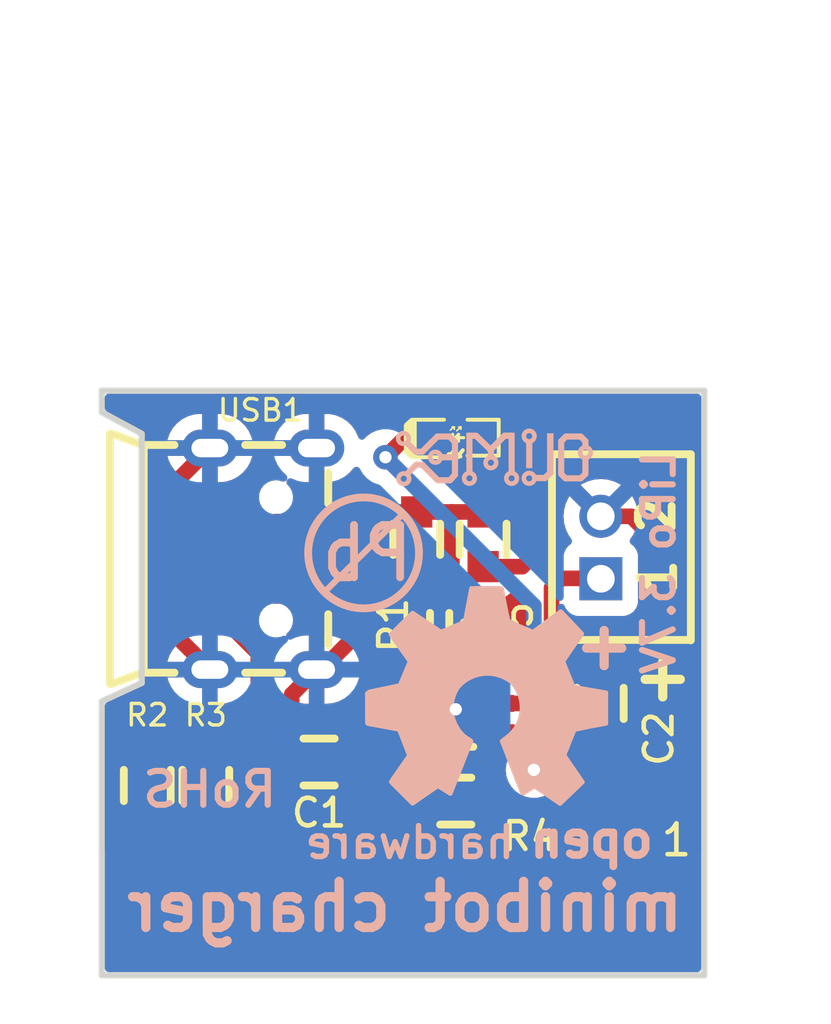
<source format=kicad_pcb>
(kicad_pcb (version 20221018) (generator pcbnew)
  (layers (0 "F.Cu" signal) (31 "B.Cu" signal) (34 "B.Paste" user) (35 "F.Paste" user) (36 "B.SilkS" user "B.Silkscreen") (37 "F.SilkS" user "F.Silkscreen") (38 "B.Mask" user) (39 "F.Mask" user) (44 "Edge.Cuts" user))
  (net 0 "")
  (net 1 "Net-(BAT_CON1-Pad1)")
  (net 2 "Net-(C1-Pad1)")
  (net 3 "Net-(CON1-Pad2)")
  (net 4 "Net-(CON1-Pad3)")
  (net 5 "Net-(CON1-Pad4)")
  (net 6 "Net-(CON1-Pad5)")
  (net 7 "Net-(CON1-Pad7)")
  (net 8 "Net-(CON1-Pad8)")
  (net 9 "Net-(LED1-Pad2)")
  (net 10 "Net-(LED1-Pad1)")
  (net 11 "Net-(R4-Pad1)")
  (net 12 "Net-(USB1-Pad4)")
  (net 13 "/D_N")
  (net 14 "/D_P")
  (net 15 "GND")
  (footprint "OLIMEX_Other-FP:Fiducial1x3_transp" (layer "F.Cu") (at 116.468 63.321)
    (fp_text reference "Ref*" hide)
    (fp_text value "Val**" hide)
    (pad "Fid1" connect circle (at 0 0) (size 1 1) (layers "F.Cu" "F.Mask") (clearance 1.016))
  )
  (footprint "OLIMEX_Connectors-FP:LIPO_BAT_VERTICAL_DW02S" (layer "F.Cu") (at 119.77 54.685 90)
    (fp_text reference "BAT_CON1" hide)
    (fp_text value "BAT_CON")
    (fp_text user "1" (at -0.98298 -1.67894 90) (layer "F.SilkS") (effects (font (size 1.1 1.1) (thickness 0.254))))
    (fp_text user "2" (at 1.02108 -1.72974 90) (layer "F.SilkS") (effects (font (size 1.1 1.1) (thickness 0.254))))
    (fp_line (start -3.03022 -0.6096) (end 3.01752 -0.6096) (stroke (width 0.254)) (layer "F.SilkS"))
    (fp_line (start -3.01752 -5.12572) (end -3.01752 -0.63246) (stroke (width 0.254)) (layer "F.SilkS"))
    (fp_line (start 3.01752 -5.12572) (end -3.01752 -5.12572) (stroke (width 0.254)) (layer "F.SilkS"))
    (fp_line (start 3.01752 -0.6096) (end 3.01752 -5.12572) (stroke (width 0.254)) (layer "F.SilkS"))
    (pad "1" thru_hole rect (at -1.0287 -3.53568 90) (size 1.4 1.4) (drill 0.9) (layers "*.Cu" "*.Mask") (net 1 "Net-(BAT_CON1-Pad1)"))
    (pad "2" thru_hole circle (at 1.00076 -3.53822 90) (size 1.4 1.4) (drill 0.9) (layers "*.Cu" "*.Mask") (net 15 "GND"))
  )
  (footprint "OLIMEX_RLC-FP:C_0603_5MIL_DWS" (layer "F.Cu") (at 107.07 61.67 180)
    (fp_text reference "C1" (at 0 -1.651 180) (layer "F.SilkS") (effects (font (size 0.9 0.9))))
    (fp_text value "2.2uF/6.3V")
    (fp_line (start -0.508 -0.762) (end 0.508 -0.762) (stroke (width 0.254)) (layer "F.SilkS"))
    (fp_line (start -0.508 0.762) (end 0.508 0.762) (stroke (width 0.254)) (layer "F.SilkS"))
    (pad "1" smd rect (at -0.889 0 180) (size 1.016 1.016) (layers "F.Cu" "F.Paste" "F.Mask") (net 2 "Net-(C1-Pad1)") (clearance 0.0508))
    (pad "2" smd rect (at 0.889 0 180) (size 1.016 1.016) (layers "F.Cu" "F.Paste" "F.Mask") (net 15 "GND") (clearance 0.0508))
  )
  (footprint "OLIMEX_RLC-FP:C_0603_5MIL_DWS" (layer "F.Cu") (at 116.214 59.765 -90)
    (fp_text reference "C2" (at 1.143 -1.905 270) (layer "F.SilkS") (effects (font (size 0.9 0.9))))
    (fp_text value "2.2uF/6.3V")
    (fp_line (start -0.508 -0.762) (end 0.508 -0.762) (stroke (width 0.254)) (layer "F.SilkS"))
    (fp_line (start -0.508 0.762) (end 0.508 0.762) (stroke (width 0.254)) (layer "F.SilkS"))
    (pad "1" smd rect (at -0.889 0 270) (size 1.016 1.016) (layers "F.Cu" "F.Paste" "F.Mask") (net 1 "Net-(BAT_CON1-Pad1)") (clearance 0.0508))
    (pad "2" smd rect (at 0.889 0 270) (size 1.016 1.016) (layers "F.Cu" "F.Paste" "F.Mask") (net 15 "GND") (clearance 0.0508))
  )
  (footprint "OLIMEX_Connectors-FP:SIP8_SMD" (layer "F.Cu") (at 109.8005 66.75)
    (fp_text reference "CON1" hide)
    (fp_text value "CON8")
    (fp_text user "1" (at 8.89 -2.54) (layer "F.SilkS"))
    (pad "1" smd rect (at 8.89 0) (size 1.3 3) (layers "F.Cu" "F.Mask") (net 15 "GND"))
    (pad "2" smd rect (at 6.35 0) (size 1.3 3) (layers "F.Cu" "F.Mask") (net 3 "Net-(CON1-Pad2)"))
    (pad "3" smd rect (at 3.81 0) (size 1.3 3) (layers "F.Cu" "F.Mask") (net 4 "Net-(CON1-Pad3)"))
    (pad "4" smd rect (at 1.27 0) (size 1.3 3) (layers "F.Cu" "F.Mask") (net 5 "Net-(CON1-Pad4)"))
    (pad "5" smd rect (at -1.27 0) (size 1.3 3) (layers "F.Cu" "F.Mask") (net 6 "Net-(CON1-Pad5)"))
    (pad "6" smd rect (at -3.81 0) (size 1.3 3) (layers "F.Cu" "F.Mask") (net 2 "Net-(C1-Pad1)"))
    (pad "7" smd rect (at -6.35 0) (size 1.3 3) (layers "F.Cu" "F.Mask") (net 7 "Net-(CON1-Pad7)"))
    (pad "8" smd rect (at -8.89 0) (size 1.3 3) (layers "F.Cu" "F.Mask") (net 8 "Net-(CON1-Pad8)"))
  )
  (footprint "OLIMEX_LEDs-FP:LED_0603_KA" (layer "F.Cu") (at 111.515 51.129)
    (fp_text reference "LED1" hide)
    (fp_text value "LED_Small")
    (fp_line (start -1.5621 0.4445) (end -1.5621 -0.381) (stroke (width 0.254)) (layer "F.SilkS"))
    (fp_line (start -1.4097 -0.5207) (end -1.5494 -0.3937) (stroke (width 0.254)) (layer "F.SilkS"))
    (fp_line (start -1.4097 0.5715) (end -1.5621 0.4445) (stroke (width 0.254)) (layer "F.SilkS"))
    (fp_line (start -1.397 -0.5842) (end -0.381 -0.5842) (stroke (width 0.127)) (layer "F.SilkS"))
    (fp_line (start -1.397 -0.4826) (end -1.397 0.5588) (stroke (width 0.254)) (layer "F.SilkS"))
    (fp_line (start -0.381 0.635) (end -1.397 0.635) (stroke (width 0.127)) (layer "F.SilkS"))
    (fp_line (start -0.2286 0.635) (end -0.2286 0.5334) (stroke (width 0.127)) (layer "F.SilkS"))
    (fp_line (start -0.2286 0.635) (end -0.127 0.6096) (stroke (width 0.127)) (layer "F.SilkS"))
    (fp_line (start -0.1778 -0.2456) (end -0.0478 -0.3556) (stroke (width 0.05)) (layer "F.SilkS"))
    (fp_line (start -0.1 0.11) (end -0.1 -0.11) (stroke (width 0.1)) (layer "F.SilkS"))
    (fp_line (start -0.0508 0.4064) (end -0.2286 0.635) (stroke (width 0.127)) (layer "F.SilkS"))
    (fp_line (start -0.0462 -0.3546) (end -0.1262 -0.3446) (stroke (width 0.05)) (layer "F.SilkS"))
    (fp_line (start -0.0462 -0.3546) (end -0.0462 -0.2746) (stroke (width 0.05)) (layer "F.SilkS"))
    (fp_line (start 0.0292 -0.2246) (end 0.1592 -0.3346) (stroke (width 0.05)) (layer "F.SilkS"))
    (fp_line (start 0.0508 0.635) (end 0.0508 0.5334) (stroke (width 0.127)) (layer "F.SilkS"))
    (fp_line (start 0.0508 0.635) (end 0.1524 0.6096) (stroke (width 0.127)) (layer "F.SilkS"))
    (fp_line (start 0.09 -0.11) (end -0.01 -0.01) (stroke (width 0.1)) (layer "F.SilkS"))
    (fp_line (start 0.09 0.11) (end -0.02 0.01) (stroke (width 0.1)) (layer "F.SilkS"))
    (fp_line (start 0.09 0.11) (end 0.09 -0.11) (stroke (width 0.1)) (layer "F.SilkS"))
    (fp_line (start 0.1692 -0.3546) (end 0.0892 -0.3446) (stroke (width 0.05)) (layer "F.SilkS"))
    (fp_line (start 0.1692 -0.3546) (end 0.1692 -0.2746) (stroke (width 0.05)) (layer "F.SilkS"))
    (fp_line (start 0.2286 0.4064) (end 0.0508 0.635) (stroke (width 0.127)) (layer "F.SilkS"))
    (fp_line (start 0.26 0) (end -0.26 0) (stroke (width 0.1)) (layer "F.SilkS"))
    (fp_line (start 1.397 -0.5842) (end 0.381 -0.5842) (stroke (width 0.127)) (layer "F.SilkS"))
    (fp_line (start 1.397 0.5842) (end 0.381 0.5842) (stroke (width 0.127)) (layer "F.SilkS"))
    (fp_line (start 1.397 0.5842) (end 1.397 -0.5842) (stroke (width 0.127)) (layer "F.SilkS"))
    (pad "1" smd rect (at -0.762 0 180) (size 0.8 0.8) (layers "F.Cu" "F.Paste" "F.Mask") (net 10 "Net-(LED1-Pad1)"))
    (pad "2" smd rect (at 0.762 0 180) (size 0.8 0.8) (layers "F.Cu" "F.Paste" "F.Mask") (net 9 "Net-(LED1-Pad2)"))
  )
  (footprint "OLIMEX_RLC-FP:R_0603_5MIL_DWS" (layer "F.Cu") (at 110.245 54.431 -90)
    (fp_text reference "R1" (at 2.794 0.762 270) (layer "F.SilkS") (effects (font (size 0.9 0.9))))
    (fp_text value "1.5K")
    (fp_line (start -0.508 -0.762) (end 0.508 -0.762) (stroke (width 0.254)) (layer "F.SilkS"))
    (fp_line (start -0.508 0.762) (end 0.508 0.762) (stroke (width 0.254)) (layer "F.SilkS"))
    (pad "1" smd rect (at -0.889 0 270) (size 1.016 1.016) (layers "F.Cu" "F.Paste" "F.Mask") (net 2 "Net-(C1-Pad1)"))
    (pad "2" smd rect (at 0.889 0 270) (size 1.016 1.016) (layers "F.Cu" "F.Paste" "F.Mask") (net 13 "/D_N"))
  )
  (footprint "OLIMEX_RLC-FP:R_0603_5MIL_DWS" (layer "F.Cu") (at 101.482 62.432 90)
    (fp_text reference "R2" (at 2.286 0 180) (layer "F.SilkS") (effects (font (size 0.7 0.7) (thickness 0.11))))
    (fp_text value "22R")
    (fp_line (start -0.508 -0.762) (end 0.508 -0.762) (stroke (width 0.254)) (layer "F.SilkS"))
    (fp_line (start -0.508 0.762) (end 0.508 0.762) (stroke (width 0.254)) (layer "F.SilkS"))
    (pad "1" smd rect (at -0.889 0 90) (size 1.016 1.016) (layers "F.Cu" "F.Paste" "F.Mask") (net 8 "Net-(CON1-Pad8)"))
    (pad "2" smd rect (at 0.889 0 90) (size 1.016 1.016) (layers "F.Cu" "F.Paste" "F.Mask") (net 13 "/D_N"))
  )
  (footprint "OLIMEX_RLC-FP:R_0603_5MIL_DWS" (layer "F.Cu") (at 103.387 62.432 90)
    (fp_text reference "R3" (at 2.286 0 180) (layer "F.SilkS") (effects (font (size 0.7 0.7) (thickness 0.11))))
    (fp_text value "22R")
    (fp_line (start -0.508 -0.762) (end 0.508 -0.762) (stroke (width 0.254)) (layer "F.SilkS"))
    (fp_line (start -0.508 0.762) (end 0.508 0.762) (stroke (width 0.254)) (layer "F.SilkS"))
    (pad "1" smd rect (at -0.889 0 90) (size 1.016 1.016) (layers "F.Cu" "F.Paste" "F.Mask") (net 7 "Net-(CON1-Pad7)"))
    (pad "2" smd rect (at 0.889 0 90) (size 1.016 1.016) (layers "F.Cu" "F.Paste" "F.Mask") (net 14 "/D_P"))
  )
  (footprint "OLIMEX_RLC-FP:R_0603_5MIL_DWS" (layer "F.Cu") (at 111.515 62.94)
    (fp_text reference "R4" (at 2.413 1.143) (layer "F.SilkS") (effects (font (size 0.9 0.9))))
    (fp_text value "13K_1%")
    (fp_line (start -0.508 -0.762) (end 0.508 -0.762) (stroke (width 0.254)) (layer "F.SilkS"))
    (fp_line (start -0.508 0.762) (end 0.508 0.762) (stroke (width 0.254)) (layer "F.SilkS"))
    (pad "1" smd rect (at -0.889 0) (size 1.016 1.016) (layers "F.Cu" "F.Paste" "F.Mask") (net 11 "Net-(R4-Pad1)"))
    (pad "2" smd rect (at 0.889 0) (size 1.016 1.016) (layers "F.Cu" "F.Paste" "F.Mask") (net 15 "GND"))
  )
  (footprint "OLIMEX_RLC-FP:R_0603_5MIL_DWS" (layer "F.Cu") (at 112.404 54.431 -90)
    (fp_text reference "R5" (at 2.921 -1.143 270) (layer "F.SilkS") (effects (font (size 0.9 0.9))))
    (fp_text value "10K")
    (fp_line (start -0.508 -0.762) (end 0.508 -0.762) (stroke (width 0.254)) (layer "F.SilkS"))
    (fp_line (start -0.508 0.762) (end 0.508 0.762) (stroke (width 0.254)) (layer "F.SilkS"))
    (pad "1" smd rect (at -0.889 0 270) (size 1.016 1.016) (layers "F.Cu" "F.Paste" "F.Mask") (net 2 "Net-(C1-Pad1)"))
    (pad "2" smd rect (at 0.889 0 270) (size 1.016 1.016) (layers "F.Cu" "F.Paste" "F.Mask") (net 9 "Net-(LED1-Pad2)"))
  )
  (footprint "OLIMEX_IC-FP:SOT-23-5" (layer "F.Cu") (at 111.515 59.765)
    (fp_text reference "U1" (at 0 -2.3368) (layer "F.SilkS") (effects (font (size 1.1 1.1) (thickness 0.254))))
    (fp_text value "BL4054B-42TPRN(SOT23-5)")
    (fp_line (start -0.5588 -1.397) (end 0.5715 -1.397) (stroke (width 0.254)) (layer "F.SilkS"))
    (fp_line (start -0.5588 1.4097) (end 0.5715 1.4097) (stroke (width 0.254)) (layer "F.SilkS"))
    (pad "1" smd rect (at 1.3 0.95) (size 1.2 0.55) (layers "F.Cu" "F.Paste" "F.Mask") (net 10 "Net-(LED1-Pad1)") (clearance 0.0508))
    (pad "2" smd rect (at 1.3 0) (size 1.2 0.55) (layers "F.Cu" "F.Paste" "F.Mask") (net 15 "GND") (clearance 0.0508))
    (pad "3" smd rect (at 1.3 -0.95) (size 1.2 0.55) (layers "F.Cu" "F.Paste" "F.Mask") (net 1 "Net-(BAT_CON1-Pad1)") (clearance 0.0508))
    (pad "4" smd rect (at -1.3 -0.95) (size 1.2 0.55) (layers "F.Cu" "F.Paste" "F.Mask") (net 2 "Net-(C1-Pad1)") (clearance 0.0508))
    (pad "5" smd rect (at -1.3 0.95) (size 1.2 0.55) (layers "F.Cu" "F.Paste" "F.Mask") (net 11 "Net-(R4-Pad1)") (clearance 0.0508))
  )
  (footprint "OLIMEX_Connectors-FP:USB-MICRO_MISB-SWMM-5B_LF" (layer "F.Cu") (at 103.768 55.066 180)
    (fp_text reference "USB1" (at -1.397 4.826 180) (layer "F.SilkS") (effects (font (size 0.7 0.7) (thickness 0.11))))
    (fp_text value "USB-uicro")
    (fp_line (start -3.6 -2.8) (end -3.6 -1.8) (stroke (width 0.254)) (layer "F.SilkS"))
    (fp_line (start -3.6 1.8) (end -3.6 2.8) (stroke (width 0.254)) (layer "F.SilkS"))
    (fp_line (start -2.1 -3.7) (end -0.9 -3.7) (stroke (width 0.254)) (layer "F.SilkS"))
    (fp_line (start -2.1 3.7) (end -0.9 3.7) (stroke (width 0.254)) (layer "F.SilkS"))
    (fp_line (start 1.4 -3.7) (end 2.4 -3.7) (stroke (width 0.254)) (layer "F.SilkS"))
    (fp_line (start 2.4 -3.7) (end 2.4 3.7) (stroke (width 0.254)) (layer "F.SilkS"))
    (fp_line (start 2.4 3.7) (end 1.4 3.7) (stroke (width 0.254)) (layer "F.SilkS"))
    (fp_line (start 3.429 -4.064) (end 2.413 -3.683) (stroke (width 0.254)) (layer "F.SilkS"))
    (fp_line (start 3.429 4.064) (end 2.413 3.683) (stroke (width 0.254)) (layer "F.SilkS"))
    (fp_line (start 3.5 -4.064) (end 3.5 4.064) (stroke (width 0.254)) (layer "F.SilkS"))
    (pad "" np_thru_hole circle (at -1.9 -2 270) (size 0.6 0.6) (drill 0.6) (layers "*.Cu" "*.Mask"))
    (pad "" np_thru_hole circle (at -1.9 2 270) (size 0.6 0.6) (drill 0.6) (layers "*.Cu" "*.Mask"))
    (pad "0" thru_hole oval (at -3.22 -3.6 270) (size 1.2 1.8) (drill oval 0.6 1.2) (layers "*.Cu" "*.Mask") (net 15 "GND"))
    (pad "0" thru_hole oval (at -3.22 3.6 270) (size 1.2 1.8) (drill oval 0.6 1.2) (layers "*.Cu" "*.Mask") (net 15 "GND"))
    (pad "0" thru_hole oval (at 0.25 -3.6 270) (size 1.2 1.8) (drill oval 0.6 1.2) (layers "*.Cu" "*.Mask") (net 15 "GND"))
    (pad "0" thru_hole oval (at 0.25 3.6 270) (size 1.2 1.8) (drill oval 0.6 1.2) (layers "*.Cu" "*.Mask") (net 15 "GND"))
    (pad "0" smd rect (at 1.4 -1.5 270) (size 1.1 1) (layers "F.Cu" "F.Paste" "F.Mask") (net 15 "GND"))
    (pad "0" smd rect (at 1.4 1.5 270) (size 1.1 1) (layers "F.Cu" "F.Paste" "F.Mask") (net 15 "GND"))
    (pad "1" smd rect (at -2.9 1.3 270) (size 0.325 2.15) (layers "F.Cu" "F.Paste" "F.Mask") (net 2 "Net-(C1-Pad1)"))
    (pad "2" smd rect (at -2.9 0.65 270) (size 0.325 2.15) (layers "F.Cu" "F.Paste" "F.Mask") (net 13 "/D_N"))
    (pad "3" smd rect (at -2.9 0 270) (size 0.325 2.15) (layers "F.Cu" "F.Paste" "F.Mask") (net 14 "/D_P"))
    (pad "4" smd rect (at -2.9 -0.65 270) (size 0.325 2.15) (layers "F.Cu" "F.Paste" "F.Mask") (net 12 "Net-(USB1-Pad4)"))
    (pad "5" smd rect (at -2.9 -1.3 270) (size 0.325 2.15) (layers "F.Cu" "F.Paste" "F.Mask") (net 15 "GND"))
  )
  (footprint "OLIMEX_LOGOs-FP:OLIMEX_LOGO_SMALL_TB" (layer "B.Cu") (at 112.785 51.764 180)
    (fp_text reference "")
    (fp_text value "")
    (fp_line (start -2.9464 -0.0762) (end -2.9464 -0.5207) (stroke (width 0.2)) (layer "B.SilkS"))
    (fp_line (start -2.9464 0.3556) (end -2.9464 0.5207) (stroke (width 0.2)) (layer "B.SilkS"))
    (fp_line (start -2.9464 0.5207) (end -2.794 0.6731) (stroke (width 0.2)) (layer "B.SilkS"))
    (fp_line (start -2.794 -0.6858) (end -2.9464 -0.5461) (stroke (width 0.2)) (layer "B.SilkS"))
    (fp_line (start -2.794 0.6731) (end -2.3114 0.6731) (stroke (width 0.2)) (layer "B.SilkS"))
    (fp_line (start -2.3114 0.6713) (end -2.159 0.5207) (stroke (width 0.2)) (layer "B.SilkS"))
    (fp_line (start -2.2987 -0.6858) (end -2.794 -0.6858) (stroke (width 0.2)) (layer "B.SilkS"))
    (fp_line (start -2.2987 -0.6858) (end -2.159 -0.5461) (stroke (width 0.2)) (layer "B.SilkS"))
    (fp_line (start -2.159 0.4826) (end -2.159 -0.5207) (stroke (width 0.2)) (layer "B.SilkS"))
    (fp_line (start -1.905 -0.5461) (end -1.6637 -0.7747) (stroke (width 0.01)) (layer "B.SilkS"))
    (fp_line (start -1.905 -0.5334) (end -1.905 -0.5461) (stroke (width 0.01)) (layer "B.SilkS"))
    (fp_line (start -1.905 -0.5207) (end -1.905 -0.5334) (stroke (width 0.01)) (layer "B.SilkS"))
    (fp_line (start -1.905 0.7747) (end -1.905 -0.5207) (stroke (width 0.01)) (layer "B.SilkS"))
    (fp_line (start -1.89738 0.77216) (end -1.89738 0.6985) (stroke (width 0.0127)) (layer "B.SilkS"))
    (fp_line (start -1.8923 -0.5588) (end -1.905 -0.5334) (stroke (width 0.01)) (layer "B.SilkS"))
    (fp_line (start -1.87706 0.74422) (end -1.8288 0.74422) (stroke (width 0.0625)) (layer "B.SilkS"))
    (fp_line (start -1.8034 -0.508) (end -1.6256 -0.6731) (stroke (width 0.2)) (layer "B.SilkS"))
    (fp_line (start -1.8034 0.6731) (end -1.8034 -0.508) (stroke (width 0.2)) (layer "B.SilkS"))
    (fp_line (start -1.8034 0.7747) (end -1.905 0.7747) (stroke (width 0.01)) (layer "B.SilkS"))
    (fp_line (start -1.8034 0.7747) (end -1.7018 0.7747) (stroke (width 0.01)) (layer "B.SilkS"))
    (fp_line (start -1.78054 0.74168) (end -1.73228 0.74168) (stroke (width 0.0625)) (layer "B.SilkS"))
    (fp_line (start -1.71196 0.77216) (end -1.71196 0.69342) (stroke (width 0.0127)) (layer "B.SilkS"))
    (fp_line (start -1.7018 0.7747) (end -1.7018 -0.4826) (stroke (width 0.01)) (layer "B.SilkS"))
    (fp_line (start -1.6637 -0.7747) (end -1.3462 -0.7747) (stroke (width 0.01)) (layer "B.SilkS"))
    (fp_line (start -1.651 -0.7747) (end -1.6637 -0.762) (stroke (width 0.01)) (layer "B.SilkS"))
    (fp_line (start -1.6256 -0.6731) (end -1.3462 -0.6731) (stroke (width 0.2)) (layer "B.SilkS"))
    (fp_line (start -1.21412 -0.35306) (end -1.21412 0.4699) (stroke (width 0.0127)) (layer "B.SilkS"))
    (fp_line (start -1.21158 -0.32766) (end -1.0287 -0.32766) (stroke (width 0.0127)) (layer "B.SilkS"))
    (fp_line (start -1.21158 -0.31496) (end -1.0287 -0.31496) (stroke (width 0.0127)) (layer "B.SilkS"))
    (fp_line (start -1.21158 -0.30226) (end -1.02616 -0.30226) (stroke (width 0.0127)) (layer "B.SilkS"))
    (fp_line (start -1.20904 -0.34036) (end -1.02616 -0.34036) (stroke (width 0.0127)) (layer "B.SilkS"))
    (fp_line (start -1.1176 0.4572) (end -1.1176 -0.254) (stroke (width 0.2)) (layer "B.SilkS"))
    (fp_line (start -1.02362 -0.35306) (end -1.21412 -0.35306) (stroke (width 0.0127)) (layer "B.SilkS"))
    (fp_line (start -1.02362 -0.25654) (end -1.02362 -0.35306) (stroke (width 0.0127)) (layer "B.SilkS"))
    (fp_line (start -0.64008 0.69596) (end -0.64008 0.79248) (stroke (width 0.0127)) (layer "B.SilkS"))
    (fp_line (start -0.64008 0.79248) (end -0.31242 0.79248) (stroke (width 0.0127)) (layer "B.SilkS"))
    (fp_line (start -0.62992 0.7874) (end -0.62992 0.74676) (stroke (width 0.0127)) (layer "B.SilkS"))
    (fp_line (start -0.62738 0.76708) (end -0.61214 0.76708) (stroke (width 0.0127)) (layer "B.SilkS"))
    (fp_line (start -0.58674 0.77978) (end -0.63246 0.77978) (stroke (width 0.0127)) (layer "B.SilkS"))
    (fp_line (start -0.5461 -0.4699) (end -0.5461 0.6985) (stroke (width 0.2)) (layer "B.SilkS"))
    (fp_line (start -0.5461 0.6985) (end -0.3175 0.6985) (stroke (width 0.2)) (layer "B.SilkS"))
    (fp_line (start -0.3175 0.6985) (end 0.127 0.254) (stroke (width 0.2)) (layer "B.SilkS"))
    (fp_line (start 0.127 0.2286) (end 0.6096 0.6985) (stroke (width 0.2)) (layer "B.SilkS"))
    (fp_line (start 0.127 0.254) (end 0.127 0.0508) (stroke (width 0.2)) (layer "B.SilkS"))
    (fp_line (start 0.6096 0.6985) (end 0.8255 0.6985) (stroke (width 0.2)) (layer "B.SilkS"))
    (fp_line (start 0.8255 0.6985) (end 0.8255 -0.4318) (stroke (width 0.2)) (layer "B.SilkS"))
    (fp_line (start 0.83312 0.79248) (end 0.91948 0.79248) (stroke (width 0.0127)) (layer "B.SilkS"))
    (fp_line (start 0.87376 0.78232) (end 0.91186 0.78232) (stroke (width 0.0127)) (layer "B.SilkS"))
    (fp_line (start 0.88646 0.77216) (end 0.90678 0.77216) (stroke (width 0.0127)) (layer "B.SilkS"))
    (fp_line (start 0.9017 0.7747) (end 0.9017 0.75946) (stroke (width 0.0127)) (layer "B.SilkS"))
    (fp_line (start 0.90932 0.77724) (end 0.90932 0.74676) (stroke (width 0.0127)) (layer "B.SilkS"))
    (fp_line (start 0.91948 0.79248) (end 0.91948 0.69596) (stroke (width 0.0127)) (layer "B.SilkS"))
    (fp_line (start 1.2954 -0.5715) (end 1.2954 0) (stroke (width 0.2)) (layer "B.SilkS"))
    (fp_line (start 1.2954 -0.0127) (end 1.2954 0.4953) (stroke (width 0.2)) (layer "B.SilkS"))
    (fp_line (start 1.2954 0.4953) (end 1.4732 0.6731) (stroke (width 0.2)) (layer "B.SilkS"))
    (fp_line (start 1.4605 -0.7493) (end 1.2954 -0.5715) (stroke (width 0.2)) (layer "B.SilkS"))
    (fp_line (start 1.4732 0.6731) (end 1.8669 0.6731) (stroke (width 0.2)) (layer "B.SilkS"))
    (fp_line (start 1.7272 0) (end 1.2954 0) (stroke (width 0.2)) (layer "B.SilkS"))
    (fp_line (start 1.8542 -0.7493) (end 1.4605 -0.7493) (stroke (width 0.2)) (layer "B.SilkS"))
    (fp_line (start 1.8669 0.6731) (end 2.3622 0.1778) (stroke (width 0.2)) (layer "B.SilkS"))
    (fp_line (start 2.3622 -0.2413) (end 1.8542 -0.7493) (stroke (width 0.2)) (layer "B.SilkS"))
    (fp_line (start 2.3622 0.1778) (end 2.5654 0.1778) (stroke (width 0.2)) (layer "B.SilkS"))
    (fp_line (start 2.5527 -0.2413) (end 2.3622 -0.2413) (stroke (width 0.2)) (layer "B.SilkS"))
    (fp_line (start 2.5654 0.1778) (end 2.8194 0.4318) (stroke (width 0.2)) (layer "B.SilkS"))
    (fp_line (start 2.8448 -0.5334) (end 2.5527 -0.2413) (stroke (width 0.2)) (layer "B.SilkS"))
    (fp_circle (center -2.9464 0.1524) (end -2.8448 0.2921) (stroke (width 0.15)) (fill none) (layer "B.SilkS"))
    (fp_circle (center -1.1176 -0.6858) (end -1.016 -0.5461) (stroke (width 0.15)) (fill none) (layer "B.SilkS"))
    (fp_circle (center -1.1176 0.6858) (end -1.016 0.8255) (stroke (width 0.15)) (fill none) (layer "B.SilkS"))
    (fp_circle (center -0.5461 -0.6858) (end -0.4445 -0.5461) (stroke (width 0.15)) (fill none) (layer "B.SilkS"))
    (fp_circle (center 0.127 -0.1778) (end 0.2286 -0.0381) (stroke (width 0.15)) (fill none) (layer "B.SilkS"))
    (fp_circle (center 0.8255 -0.6858) (end 0.9271 -0.5461) (stroke (width 0.15)) (fill none) (layer "B.SilkS"))
    (fp_circle (center 1.9304 0) (end 2.032 0.1397) (stroke (width 0.15)) (fill none) (layer "B.SilkS"))
    (fp_circle (center 2.9591 -0.6985) (end 3.0607 -0.5588) (stroke (width 0.15)) (fill none) (layer "B.SilkS"))
    (fp_circle (center 2.9718 0.6096) (end 3.0734 0.7493) (stroke (width 0.15)) (fill none) (layer "B.SilkS"))
  )
  (footprint "OLIMEX_LOGOs-FP:LOGO_OPENHARDWARE_8x8" (layer "B.Cu") (at 112.531 60.019 180)
    (fp_text reference "" hide)
    (fp_text value "" hide)
    (fp_text user "hardware" (at 2.51206 -4.2672 180) (layer "B.SilkS") (effects (font (thickness 0.18)) (justify mirror)))
    (fp_text user "open" (at -3.40106 -4.17576 180) (layer "B.SilkS") (effects (font (size 1.1 1.1) (thickness 0.254)) (justify mirror)))
    (fp_line (start -3.86842 0.59944) (end -2.69748 0.80264) (stroke (width 0.15)) (layer "B.SilkS"))
    (fp_line (start -3.86588 -0.39624) (end -2.794 -0.59182) (stroke (width 0.15)) (layer "B.SilkS"))
    (fp_line (start -3.86588 0.5969) (end -3.86588 -0.38862) (stroke (width 0.15)) (layer "B.SilkS"))
    (fp_line (start -3.72872 0.50546) (end -2.71018 0.6858) (stroke (width 0.37)) (layer "B.SilkS"))
    (fp_line (start -3.72618 -0.28448) (end -2.77622 -0.50292) (stroke (width 0.37)) (layer "B.SilkS"))
    (fp_line (start -3.71602 0.35306) (end -2.60096 0.59944) (stroke (width 0.15)) (layer "B.SilkS"))
    (fp_line (start -3.71602 0.49276) (end -3.7211 -0.29464) (stroke (width 0.38)) (layer "B.SilkS"))
    (fp_line (start -3.57378 0.40894) (end -3.57378 -0.2413) (stroke (width 0.15)) (layer "B.SilkS"))
    (fp_line (start -3.25882 0.11176) (end -1.8415 0.17272) (stroke (width 1)) (layer "B.SilkS"))
    (fp_line (start -3.10388 -2.30378) (end -2.50698 -1.44018) (stroke (width 0.15)) (layer "B.SilkS"))
    (fp_line (start -3.08102 2.51714) (end -2.40792 3.23088) (stroke (width 0.15)) (layer "B.SilkS"))
    (fp_line (start -3.0607 2.48158) (end -2.46634 1.62814) (stroke (width 0.15)) (layer "B.SilkS"))
    (fp_line (start -2.93878 -2.286) (end -2.3749 -2.82448) (stroke (width 0.38)) (layer "B.SilkS"))
    (fp_line (start -2.92354 -2.286) (end -2.39014 -1.45288) (stroke (width 0.37)) (layer "B.SilkS"))
    (fp_line (start -2.91846 2.51206) (end -2.41808 3.04546) (stroke (width 0.38)) (layer "B.SilkS"))
    (fp_line (start -2.9083 2.4892) (end -2.35204 1.6383) (stroke (width 0.37)) (layer "B.SilkS"))
    (fp_line (start -2.79908 0.79756) (end -2.4638 1.63068) (stroke (width 0.15)) (layer "B.SilkS"))
    (fp_line (start -2.74828 -0.52578) (end -2.39014 -1.4097) (stroke (width 0.37)) (layer "B.SilkS"))
    (fp_line (start -2.6797 0.72136) (end -2.33172 1.5875) (stroke (width 0.37)) (layer "B.SilkS"))
    (fp_line (start -2.46126 -0.37592) (end -1.75514 -0.24892) (stroke (width 1)) (layer "B.SilkS"))
    (fp_line (start -2.4257 2.96926) (end -1.54178 2.2479) (stroke (width 0.15)) (layer "B.SilkS"))
    (fp_line (start -2.39522 3.23342) (end -1.42494 2.51714) (stroke (width 0.15)) (layer "B.SilkS"))
    (fp_line (start -2.3749 -2.99974) (end -3.09626 -2.30632) (stroke (width 0.15)) (layer "B.SilkS"))
    (fp_line (start -2.36982 3.07086) (end -1.54178 2.41808) (stroke (width 0.37)) (layer "B.SilkS"))
    (fp_line (start -2.3622 -2.82448) (end -1.58242 -2.29362) (stroke (width 0.4)) (layer "B.SilkS"))
    (fp_line (start -2.2733 2.39776) (end -1.21158 1.29032) (stroke (width 1)) (layer "B.SilkS"))
    (fp_line (start -2.2225 -2.09296) (end -1.36906 -1.07188) (stroke (width 1)) (layer "B.SilkS"))
    (fp_line (start -2.21234 -1.02108) (end -1.64846 -0.54102) (stroke (width 1)) (layer "B.SilkS"))
    (fp_line (start -2.18694 1.62052) (end -2.57302 0.6223) (stroke (width 0.15)) (layer "B.SilkS"))
    (fp_line (start -2.18186 1.61544) (end -2.78384 2.52476) (stroke (width 0.15)) (layer "B.SilkS"))
    (fp_line (start -2.13614 0.86868) (end -1.69418 0.70866) (stroke (width 1)) (layer "B.SilkS"))
    (fp_line (start -1.96088 1.34874) (end -1.50368 1.05918) (stroke (width 1)) (layer "B.SilkS"))
    (fp_line (start -1.57226 -2.27584) (end -1.25476 -2.48158) (stroke (width 0.37)) (layer "B.SilkS"))
    (fp_line (start -1.54686 -1.92024) (end -1.1811 -1.15824) (stroke (width 1)) (layer "B.SilkS"))
    (fp_line (start -1.54178 -2.42824) (end -2.36728 -2.99212) (stroke (width 0.15)) (layer "B.SilkS"))
    (fp_line (start -1.5367 2.25044) (end -0.55372 2.7432) (stroke (width 0.15)) (layer "B.SilkS"))
    (fp_line (start -1.52908 -2.4384) (end -1.18364 -2.65938) (stroke (width 0.15)) (layer "B.SilkS"))
    (fp_line (start -1.48082 2.42824) (end -0.635 2.83464) (stroke (width 0.37)) (layer "B.SilkS"))
    (fp_line (start -1.4605 2.58572) (end -0.55626 2.96418) (stroke (width 0.15)) (layer "B.SilkS"))
    (fp_line (start -1.45034 0.39116) (end -1.31826 -0.4318) (stroke (width 0.15)) (layer "B.SilkS"))
    (fp_line (start -1.31318 -0.46228) (end -1.2192 -0.63246) (stroke (width 0.15)) (layer "B.SilkS"))
    (fp_line (start -1.31318 -0.46228) (end -1.2192 -0.63246) (stroke (width 0.15)) (layer "B.SilkS"))
    (fp_line (start -1.22682 -2.46126) (end -0.67564 -1.03886) (stroke (width 0.42)) (layer "B.SilkS"))
    (fp_line (start -1.2065 -0.66294) (end -0.89916 -0.92964) (stroke (width 0.15)) (layer "B.SilkS"))
    (fp_line (start -1.14554 -2.6416) (end -0.4953 -0.97282) (stroke (width 0.15)) (layer "B.SilkS"))
    (fp_line (start -1.08966 -0.68326) (end -0.83058 -1.02108) (stroke (width 0.15)) (layer "B.SilkS"))
    (fp_line (start -1.02616 1.12776) (end -1.44526 0.39624) (stroke (width 0.15)) (layer "B.SilkS"))
    (fp_line (start -0.96266 2.12598) (end -0.7874 1.76784) (stroke (width 1)) (layer "B.SilkS"))
    (fp_line (start -0.72136 -0.79756) (end -0.4953 -0.97282) (stroke (width 0.15)) (layer "B.SilkS"))
    (fp_line (start -0.52832 2.38506) (end -0.36068 1.77546) (stroke (width 1)) (layer "B.SilkS"))
    (fp_line (start -0.47244 3.98018) (end -0.6731 2.95402) (stroke (width 0.15)) (layer "B.SilkS"))
    (fp_line (start -0.46228 3.9878) (end 0.50292 3.9878) (stroke (width 0.15)) (layer "B.SilkS"))
    (fp_line (start -0.38354 3.88112) (end 0.40132 3.88112) (stroke (width 0.37)) (layer "B.SilkS"))
    (fp_line (start -0.37592 3.86842) (end -0.58166 2.85496) (stroke (width 0.37)) (layer "B.SilkS"))
    (fp_line (start -0.15494 1.55702) (end -1.02616 1.12776) (stroke (width 0.15)) (layer "B.SilkS"))
    (fp_line (start -0.0127 3.37312) (end -0.00762 1.85928) (stroke (width 1)) (layer "B.SilkS"))
    (fp_line (start 0.38354 3.8608) (end 0.5969 2.84226) (stroke (width 0.37)) (layer "B.SilkS"))
    (fp_line (start 0.50292 3.9878) (end 0.72898 2.81686) (stroke (width 0.15)) (layer "B.SilkS"))
    (fp_line (start 0.5969 2.84226) (end 1.4986 2.39268) (stroke (width 0.37)) (layer "B.SilkS"))
    (fp_line (start 0.64262 -1.25476) (end 0.5207 -0.97028) (stroke (width 0.15)) (layer "B.SilkS"))
    (fp_line (start 0.6604 1.38938) (end -0.15494 1.5494) (stroke (width 0.15)) (layer "B.SilkS"))
    (fp_line (start 0.71882 2.89814) (end 1.524 2.56032) (stroke (width 0.15)) (layer "B.SilkS"))
    (fp_line (start 0.7366 2.36982) (end 0.51562 1.68402) (stroke (width 1)) (layer "B.SilkS"))
    (fp_line (start 0.77978 -0.8001) (end 0.52578 -0.9652) (stroke (width 0.15)) (layer "B.SilkS"))
    (fp_line (start 0.80264 -0.99314) (end 1.33096 -2.3749) (stroke (width 0.15)) (layer "B.SilkS"))
    (fp_line (start 0.84582 -1.05156) (end 1.02362 -0.92964) (stroke (width 0.15)) (layer "B.SilkS"))
    (fp_line (start 1.02362 -0.92964) (end 1.39954 -0.21844) (stroke (width 0.15)) (layer "B.SilkS"))
    (fp_line (start 1.16332 -1.15824) (end 2.34442 -2.1717) (stroke (width 1)) (layer "B.SilkS"))
    (fp_line (start 1.16332 -1.0668) (end 1.49606 -1.79832) (stroke (width 1)) (layer "B.SilkS"))
    (fp_line (start 1.17094 0.96012) (end 0.6604 1.38938) (stroke (width 0.15)) (layer "B.SilkS"))
    (fp_line (start 1.1938 -2.67208) (end 0.80772 -1.69164) (stroke (width 0.15)) (layer "B.SilkS"))
    (fp_line (start 1.2319 -2.45872) (end 0.65786 -1.01854) (stroke (width 0.37)) (layer "B.SilkS"))
    (fp_line (start 1.27762 -1.02108) (end 1.89484 -1.34874) (stroke (width 1)) (layer "B.SilkS"))
    (fp_line (start 1.32334 2.11836) (end 0.90424 1.53162) (stroke (width 1)) (layer "B.SilkS"))
    (fp_line (start 1.39954 -0.21844) (end 1.39954 0.29972) (stroke (width 0.15)) (layer "B.SilkS"))
    (fp_line (start 1.40462 0.28702) (end 1.17094 0.96012) (stroke (width 0.15)) (layer "B.SilkS"))
    (fp_line (start 1.40462 2.51206) (end 2.41554 3.18516) (stroke (width 0.15)) (layer "B.SilkS"))
    (fp_line (start 1.5113 2.39776) (end 2.41554 3.0322) (stroke (width 0.37)) (layer "B.SilkS"))
    (fp_line (start 1.54178 -2.37236) (end 2.41808 -2.99212) (stroke (width 0.15)) (layer "B.SilkS"))
    (fp_line (start 1.56972 -2.2733) (end 1.2319 -2.45872) (stroke (width 0.37)) (layer "B.SilkS"))
    (fp_line (start 1.59766 -0.60198) (end 2.20726 -0.70866) (stroke (width 1)) (layer "B.SilkS"))
    (fp_line (start 1.72212 -2.34442) (end 1.1938 -2.67208) (stroke (width 0.15)) (layer "B.SilkS"))
    (fp_line (start 2.19202 1.24968) (end 1.5367 0.88392) (stroke (width 1)) (layer "B.SilkS"))
    (fp_line (start 2.25298 2.31648) (end 1.14046 1.24968) (stroke (width 1)) (layer "B.SilkS"))
    (fp_line (start 2.35204 1.69164) (end 2.6924 0.75438) (stroke (width 0.37)) (layer "B.SilkS"))
    (fp_line (start 2.35458 -1.39192) (end 2.97434 -2.27838) (stroke (width 0.37)) (layer "B.SilkS"))
    (fp_line (start 2.40538 -2.83972) (end 1.56972 -2.2733) (stroke (width 0.37)) (layer "B.SilkS"))
    (fp_line (start 2.40538 -2.67716) (end 1.58496 -2.14884) (stroke (width 0.15)) (layer "B.SilkS"))
    (fp_line (start 2.41554 3.03022) (end 2.96926 2.48412) (stroke (width 0.37)) (layer "B.SilkS"))
    (fp_line (start 2.42062 -2.8321) (end 2.97434 -2.286) (stroke (width 0.37)) (layer "B.SilkS"))
    (fp_line (start 2.42062 3.1877) (end 3.11404 2.49682) (stroke (width 0.15)) (layer "B.SilkS"))
    (fp_line (start 2.42824 -2.98704) (end 3.1115 -2.29616) (stroke (width 0.15)) (layer "B.SilkS"))
    (fp_line (start 2.43332 0.55626) (end 1.71196 0.40894) (stroke (width 1)) (layer "B.SilkS"))
    (fp_line (start 2.50444 1.60782) (end 2.8702 0.73914) (stroke (width 0.15)) (layer "B.SilkS"))
    (fp_line (start 2.6924 0.75438) (end 3.77444 0.52578) (stroke (width 0.37)) (layer "B.SilkS"))
    (fp_line (start 2.75336 -0.6096) (end 3.87604 -0.39878) (stroke (width 0.15)) (layer "B.SilkS"))
    (fp_line (start 2.76098 -0.48006) (end 2.35458 -1.39192) (stroke (width 0.37)) (layer "B.SilkS"))
    (fp_line (start 2.82448 -2.21234) (end 2.33934 -2.7432) (stroke (width 0.15)) (layer "B.SilkS"))
    (fp_line (start 2.8575 -0.57658) (end 2.4765 -1.55702) (stroke (width 0.15)) (layer "B.SilkS"))
    (fp_line (start 2.96926 2.48158) (end 2.35204 1.69164) (stroke (width 0.37)) (layer "B.SilkS"))
    (fp_line (start 3.11912 2.4892) (end 2.41554 1.4986) (stroke (width 0.15)) (layer "B.SilkS"))
    (fp_line (start 3.24358 0.13208) (end 1.77546 0.04572) (stroke (width 1)) (layer "B.SilkS"))
    (fp_line (start 3.77444 -0.30988) (end 2.76098 -0.48006) (stroke (width 0.37)) (layer "B.SilkS"))
    (fp_line (start 3.77444 0.52578) (end 3.77444 -0.30988) (stroke (width 0.37)) (layer "B.SilkS"))
    (fp_line (start 3.80746 -0.16256) (end 2.70002 -0.38608) (stroke (width 0.15)) (layer "B.SilkS"))
    (fp_line (start 3.89128 0.57912) (end 3.88874 -0.37846) (stroke (width 0.15)) (layer "B.SilkS"))
    (fp_arc (start -0.9017 1.00584) (mid -1.247617 0.062958) (end -0.8255 -0.84836) (stroke (width 0.37)) (layer "B.SilkS"))
    (fp_arc (start 0.66802 -1.016) (mid 1.239562 -0.160623) (end 1.03886 0.84836) (stroke (width 0.37)) (layer "B.SilkS"))
    (fp_arc (start 1.04902 0.83312) (mid 0.127392 1.330927) (end -0.8763 1.03124) (stroke (width 0.37)) (layer "B.SilkS"))
  )
  (footprint "OLIMEX_LOGOs-FP:LOGO_PBFREE" (layer "B.Cu") (at 108.721 54.558)
    (fp_text reference "")
    (fp_text value "")
    (fp_text user "Pb" (at -0.08636 0.33528) (layer "B.SilkS") (effects (font (size 1.7 1.5) (thickness 0.254)) (justify mirror)))
    (fp_line (start -1.36398 1.47828) (end 1.06934 -0.94234) (stroke (width 0.2)) (layer "B.SilkS"))
    (fp_circle (center -0.2032 0.31496) (end 0.90678 1.73482) (stroke (width 0.254)) (fill none) (layer "B.SilkS"))
  )
  (gr_line (start 101.3 59.1) (end 100 59.7) (stroke (width 0.2)) (layer "Edge.Cuts"))
  (gr_line (start 119.6 68.6) (end 119.6 49.6) (stroke (width 0.2)) (layer "Edge.Cuts"))
  (gr_line (start 100 68.6) (end 119.6 68.6) (stroke (width 0.2)) (layer "Edge.Cuts"))
  (gr_line (start 100 59.7) (end 100 68.6) (stroke (width 0.2)) (layer "Edge.Cuts"))
  (gr_line (start 119.6 49.6) (end 100 49.6) (stroke (width 0.2)) (layer "Edge.Cuts"))
  (gr_line (start 101.3 51) (end 101.3 59.1) (stroke (width 0.2)) (layer "Edge.Cuts"))
  (gr_line (start 100 50.3) (end 101.3 51) (stroke (width 0.2)) (layer "Edge.Cuts"))
  (gr_line (start 100 49.6) (end 100 50.3) (stroke (width 0.2)) (layer "Edge.Cuts"))
  (gr_text "LiPo 3.7V" (at 118.119 55.193 90) (layer "B.SilkS") (effects (font (size 1 1) (thickness 0.2)) (justify mirror)))
  (gr_text "+" (at 116.341 57.86) (layer "B.SilkS") (effects (font (size 1.5 1.5) (thickness 0.3)) (justify mirror)))
  (gr_text "minibot charger" (at 109.864 66.369) (layer "B.SilkS") (effects (font (size 1.5 1.5) (thickness 0.3)) (justify mirror)))
  (gr_text "RoHS" (at 103.514 62.559) (layer "B.SilkS") (effects (font (size 1.1 1.1) (thickness 0.2)) (justify mirror)))
  (gr_text "+" (at 118.246 58.876) (layer "F.SilkS") (effects (font (size 1.5 1.5) (thickness 0.3))))
  (segment (start 114.629 58.815) (end 114.69 58.876) (width 0.508) (layer "F.Cu") (net 1))
  (segment (start 112.815 58.815) (end 114.629 58.815) (width 0.508) (layer "F.Cu") (net 1))
  (segment (start 114.944 55.701) (end 116.22162 55.701) (width 0.508) (layer "F.Cu") (net 1))
  (segment (start 114.69 58.876) (end 116.214 58.876) (width 0.508) (layer "F.Cu") (net 1))
  (segment (start 116.22162 55.701) (end 116.23432 55.7137) (width 0.508) (layer "F.Cu") (net 1))
  (segment (start 114.629 58.815) (end 114.629 56.016) (width 0.508) (layer "F.Cu") (net 1))
  (segment (start 114.629 56.016) (end 114.944 55.701) (width 0.508) (layer "F.Cu") (net 1))
  (segment (start 108.31 53.766) (end 108.534 53.542) (width 0.508) (layer "F.Cu") (net 2))
  (segment (start 107.959 60.654) (end 107.959 61.67) (width 0.508) (layer "F.Cu") (net 2))
  (segment (start 109.229 57.479) (end 108.848 57.86) (width 0.508) (layer "F.Cu") (net 2))
  (segment (start 111.388 53.542) (end 112.404 53.542) (width 0.508) (layer "F.Cu") (net 2))
  (segment (start 110.215 58.815) (end 109.107 58.815) (width 0.508) (layer "F.Cu") (net 2))
  (segment (start 107.959 62.686) (end 106.054 64.591) (width 0.508) (layer "F.Cu") (net 2))
  (segment (start 106.054 64.996) (end 106.054 67.004) (width 0.508) (layer "F.Cu") (net 2))
  (segment (start 109.107 58.815) (end 108.848 59.074) (width 0.508) (layer "F.Cu") (net 2))
  (segment (start 108.721 59.892) (end 107.959 60.654) (width 0.508) (layer "F.Cu") (net 2))
  (segment (start 111.388 53.542) (end 111.388 56.463) (width 0.508) (layer "F.Cu") (net 2))
  (segment (start 110.245 53.542) (end 111.388 53.542) (width 0.508) (layer "F.Cu") (net 2))
  (segment (start 107.959 61.67) (end 107.959 62.686) (width 0.508) (layer "F.Cu") (net 2))
  (segment (start 108.848 57.86) (end 108.848 59.074) (width 0.508) (layer "F.Cu") (net 2))
  (segment (start 106.668 53.766) (end 108.31 53.766) (width 0.254) (layer "F.Cu") (net 2))
  (segment (start 110.372 57.479) (end 109.229 57.479) (width 0.508) (layer "F.Cu") (net 2))
  (segment (start 106.054 64.591) (end 106.054 64.996) (width 0.508) (layer "F.Cu") (net 2))
  (segment (start 108.534 53.542) (end 110.245 53.542) (width 0.508) (layer "F.Cu") (net 2))
  (segment (start 108.848 59.892) (end 108.721 59.892) (width 0.508) (layer "F.Cu") (net 2))
  (segment (start 111.388 56.463) (end 110.372 57.479) (width 0.508) (layer "F.Cu") (net 2))
  (segment (start 108.848 59.074) (end 108.848 59.892) (width 0.508) (layer "F.Cu") (net 2))
  (segment (start 103.387 63.321) (end 103.387 66.877) (width 0.508) (layer "F.Cu") (net 7))
  (segment (start 103.387 66.877) (end 103.514 67.004) (width 0.508) (layer "F.Cu") (net 7))
  (segment (start 100.974 64.972) (end 100.974 67.004) (width 0.508) (layer "F.Cu") (net 8))
  (segment (start 101.482 63.321) (end 101.482 64.464) (width 0.508) (layer "F.Cu") (net 8))
  (segment (start 101.482 64.464) (end 100.974 64.972) (width 0.508) (layer "F.Cu") (net 8))
  (segment (start 113.928 51.872) (end 113.928 55.066) (width 0.508) (layer "F.Cu") (net 9))
  (segment (start 113.928 55.066) (end 113.674 55.32) (width 0.508) (layer "F.Cu") (net 9))
  (segment (start 113.185 51.129) (end 113.928 51.872) (width 0.508) (layer "F.Cu") (net 9))
  (segment (start 112.277 51.129) (end 113.185 51.129) (width 0.508) (layer "F.Cu") (net 9))
  (segment (start 113.674 55.32) (end 112.404 55.32) (width 0.508) (layer "F.Cu") (net 9))
  (segment (start 113.608 60.715) (end 112.815 60.715) (width 0.508) (layer "F.Cu") (net 10))
  (segment (start 114.055 61.162) (end 113.608 60.715) (width 0.508) (layer "F.Cu") (net 10))
  (segment (start 109.864 51.129) (end 109.229 51.764) (width 0.508) (layer "F.Cu") (net 10))
  (segment (start 114.055 61.924) (end 114.055 61.162) (width 0.508) (layer "F.Cu") (net 10))
  (segment (start 110.753 51.129) (end 109.864 51.129) (width 0.508) (layer "F.Cu") (net 10))
  (via (at 114.055 61.924) (size 0.8) (drill 0.4) (layers "F.Cu" "B.Cu") (net 10))
  (via (at 109.229 51.764) (size 0.8) (drill 0.4) (layers "F.Cu" "B.Cu") (net 10))
  (segment (start 109.229 51.764) (end 114.055 56.59) (width 0.508) (layer "B.Cu") (net 10))
  (segment (start 114.055 56.59) (end 114.055 61.924) (width 0.508) (layer "B.Cu") (net 10))
  (segment (start 110.215 60.715) (end 109.107 60.715) (width 0.508) (layer "F.Cu") (net 11))
  (segment (start 109.102 60.72) (end 109.102 62.432) (width 0.508) (layer "F.Cu") (net 11))
  (segment (start 109.102 62.432) (end 109.61 62.94) (width 0.508) (layer "F.Cu") (net 11))
  (segment (start 109.107 60.715) (end 109.102 60.72) (width 0.508) (layer "F.Cu") (net 11))
  (segment (start 109.61 62.94) (end 110.626 62.94) (width 0.508) (layer "F.Cu") (net 11))
  (segment (start 109.229 55.32) (end 110.245 55.32) (width 0.254) (layer "F.Cu") (net 13))
  (segment (start 102.2095 60.8155) (end 101.482 61.543) (width 0.2) (layer "F.Cu") (net 13))
  (segment (start 104.94 59.4178) (end 104.4368 59.921) (width 0.2) (layer "F.Cu") (net 13))
  (segment (start 108.325 54.416) (end 109.229 55.32) (width 0.254) (layer "F.Cu") (net 13))
  (segment (start 104.94 58.2072) (end 104.94 59.4178) (width 0.2) (layer "F.Cu") (net 13))
  (segment (start 102.6588 59.921) (end 102.2095 60.3703) (width 0.2) (layer "F.Cu") (net 13))
  (segment (start 106.668 54.416) (end 108.325 54.416) (width 0.254) (layer "F.Cu") (net 13))
  (segment (start 105.055499 54.416) (end 104.955499 54.516) (width 0.2) (layer "F.Cu") (net 13))
  (segment (start 103.924 57.1912) (end 104.94 58.2072) (width 0.2) (layer "F.Cu") (net 13))
  (segment (start 104.955499 54.516) (end 104.7618 54.516) (width 0.2) (layer "F.Cu") (net 13))
  (segment (start 103.924 55.3538) (end 103.924 57.1912) (width 0.2) (layer "F.Cu") (net 13))
  (segment (start 102.2095 60.3703) (end 102.2095 60.8155) (width 0.2) (layer "F.Cu") (net 13))
  (segment (start 106.668 54.416) (end 105.055499 54.416) (width 0.2) (layer "F.Cu") (net 13))
  (segment (start 104.7618 54.516) (end 103.924 55.3538) (width 0.2) (layer "F.Cu") (net 13))
  (segment (start 104.4368 59.921) (end 102.6588 59.921) (width 0.2) (layer "F.Cu") (net 13))
  (segment (start 104.374 57.0048) (end 105.39 58.0208) (width 0.2) (layer "F.Cu") (net 14))
  (segment (start 105.39 58.0208) (end 105.39 59.6042) (width 0.2) (layer "F.Cu") (net 14))
  (segment (start 104.9482 54.966) (end 104.374 55.5402) (width 0.2) (layer "F.Cu") (net 14))
  (segment (start 105.055499 55.066) (end 104.955499 54.966) (width 0.2) (layer "F.Cu") (net 14))
  (segment (start 104.955499 54.966) (end 104.9482 54.966) (width 0.2) (layer "F.Cu") (net 14))
  (segment (start 102.6595 60.8155) (end 103.387 61.543) (width 0.2) (layer "F.Cu") (net 14))
  (segment (start 102.6595 60.5567) (end 102.6595 60.8155) (width 0.2) (layer "F.Cu") (net 14))
  (segment (start 106.668 55.066) (end 105.055499 55.066) (width 0.2) (layer "F.Cu") (net 14))
  (segment (start 104.374 55.5402) (end 104.374 57.0048) (width 0.2) (layer "F.Cu") (net 14))
  (segment (start 102.8452 60.371) (end 102.6595 60.5567) (width 0.2) (layer "F.Cu") (net 14))
  (segment (start 104.6232 60.371) (end 102.8452 60.371) (width 0.2) (layer "F.Cu") (net 14))
  (segment (start 105.39 59.6042) (end 104.6232 60.371) (width 0.2) (layer "F.Cu") (net 14))
  (segment (start 106.181 61.67) (end 106.181 59.473) (width 0.508) (layer "F.Cu") (net 15))
  (segment (start 102.368 53.566) (end 102.368 52.616) (width 0.508) (layer "F.Cu") (net 15))
  (segment (start 108.094 56.463) (end 108.213 56.463) (width 0.254) (layer "F.Cu") (net 15))
  (segment (start 102.368 53.566) (end 102.368 56.566) (width 0.508) (layer "F.Cu") (net 15))
  (segment (start 111.707 59.765) (end 111.515 59.957) (width 0.508) (layer "F.Cu") (net 15))
  (segment (start 111.515 61.289) (end 112.404 62.178) (width 0.508) (layer "F.Cu") (net 15))
  (segment (start 102.368 57.516) (end 103.518 58.666) (width 0.508) (layer "F.Cu") (net 15))
  (segment (start 112.815 59.765) (end 113.923 59.765) (width 0.508) (layer "F.Cu") (net 15))
  (segment (start 108.094 56.463) (end 108.094 57.725) (width 0.508) (layer "F.Cu") (net 15))
  (segment (start 118.754 67.004) (end 118.754 60.781) (width 0.508) (layer "F.Cu") (net 15))
  (segment (start 118.754 60.781) (end 118.5 60.527) (width 0.508) (layer "F.Cu") (net 15))
  (segment (start 107.997 56.366) (end 108.094 56.463) (width 0.254) (layer "F.Cu") (net 15))
  (segment (start 102.368 56.566) (end 102.368 57.516) (width 0.508) (layer "F.Cu") (net 15))
  (segment (start 111.515 59.957) (end 111.515 61.289) (width 0.508) (layer "F.Cu") (net 15))
  (segment (start 106.181 59.473) (end 106.988 58.666) (width 0.508) (layer "F.Cu") (net 15))
  (segment (start 108.094 57.725) (end 107.153 58.666) (width 0.508) (layer "F.Cu") (net 15))
  (segment (start 118.5 54.962511) (end 118.5 60.527) (width 0.508) (layer "F.Cu") (net 15))
  (segment (start 106.668 56.366) (end 107.997 56.366) (width 0.254) (layer "F.Cu") (net 15))
  (segment (start 117.221729 53.68424) (end 118.5 54.962511) (width 0.508) (layer "F.Cu") (net 15))
  (segment (start 112.815 59.765) (end 111.707 59.765) (width 0.508) (layer "F.Cu") (net 15))
  (segment (start 118.5 60.527) (end 117.738 61.289) (width 0.508) (layer "F.Cu") (net 15))
  (segment (start 102.368 52.616) (end 103.518 51.466) (width 0.508) (layer "F.Cu") (net 15))
  (segment (start 112.404 62.178) (end 112.404 62.94) (width 0.508) (layer "F.Cu") (net 15))
  (segment (start 116.23178 53.68424) (end 117.221729 53.68424) (width 0.508) (layer "F.Cu") (net 15))
  (segment (start 107.153 58.666) (end 106.988 58.666) (width 0.508) (layer "F.Cu") (net 15))
  (via (at 111.515 59.957) (size 0.8) (drill 0.4) (layers "F.Cu" "B.Cu") (net 15))
  (segment (start 103.518 51.466) (end 106.988 51.466) (width 0.508) (layer "B.Cu") (net 15))
  (segment (start 110.691 59.957) (end 109.4 58.666) (width 0.508) (layer "B.Cu") (net 15))
  (segment (start 103.518 51.466) (end 103.518 58.666) (width 0.508) (layer "B.Cu") (net 15))
  (segment (start 106.988 58.666) (end 103.518 58.666) (width 0.508) (layer "B.Cu") (net 15))
  (segment (start 111.515 59.957) (end 110.691 59.957) (width 0.508) (layer "B.Cu") (net 15))
  (segment (start 109.4 58.666) (end 106.988 58.666) (width 0.508) (layer "B.Cu") (net 15))
  (zone (net 15) (net_name "GND") (layer "F.Cu") (connect_pads (clearance 0.508)) (min_thickness 0.254) (fill yes (thermal_gap 0.508) (thermal_bridge_width 0.508))
    (polygon (pts (xy 99.069 48.589) (xy 121.294 48.589) (xy 120.786 69.544) (xy 98.053 69.798)))
  )
  (zone (net 15) (net_name "GND") (layer "B.Cu") (connect_pads (clearance 0.508)) (min_thickness 0.254) (fill yes (thermal_gap 0.508) (thermal_bridge_width 0.508))
    (polygon (pts (xy 98.561 48.97) (xy 120.786 48.97) (xy 120.278 69.925) (xy 97.545 70.179)))
  )
)
</source>
